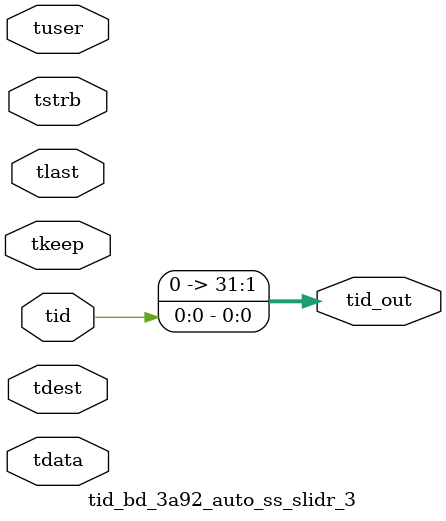
<source format=v>


`timescale 1ps/1ps

module tid_bd_3a92_auto_ss_slidr_3 #
(
parameter C_S_AXIS_TID_WIDTH   = 1,
parameter C_S_AXIS_TUSER_WIDTH = 0,
parameter C_S_AXIS_TDATA_WIDTH = 0,
parameter C_S_AXIS_TDEST_WIDTH = 0,
parameter C_M_AXIS_TID_WIDTH   = 32
)
(
input  [(C_S_AXIS_TID_WIDTH   == 0 ? 1 : C_S_AXIS_TID_WIDTH)-1:0       ] tid,
input  [(C_S_AXIS_TDATA_WIDTH == 0 ? 1 : C_S_AXIS_TDATA_WIDTH)-1:0     ] tdata,
input  [(C_S_AXIS_TUSER_WIDTH == 0 ? 1 : C_S_AXIS_TUSER_WIDTH)-1:0     ] tuser,
input  [(C_S_AXIS_TDEST_WIDTH == 0 ? 1 : C_S_AXIS_TDEST_WIDTH)-1:0     ] tdest,
input  [(C_S_AXIS_TDATA_WIDTH/8)-1:0 ] tkeep,
input  [(C_S_AXIS_TDATA_WIDTH/8)-1:0 ] tstrb,
input                                                                    tlast,
output [(C_M_AXIS_TID_WIDTH   == 0 ? 1 : C_M_AXIS_TID_WIDTH)-1:0       ] tid_out
);

assign tid_out = {tid[0:0]};

endmodule


</source>
